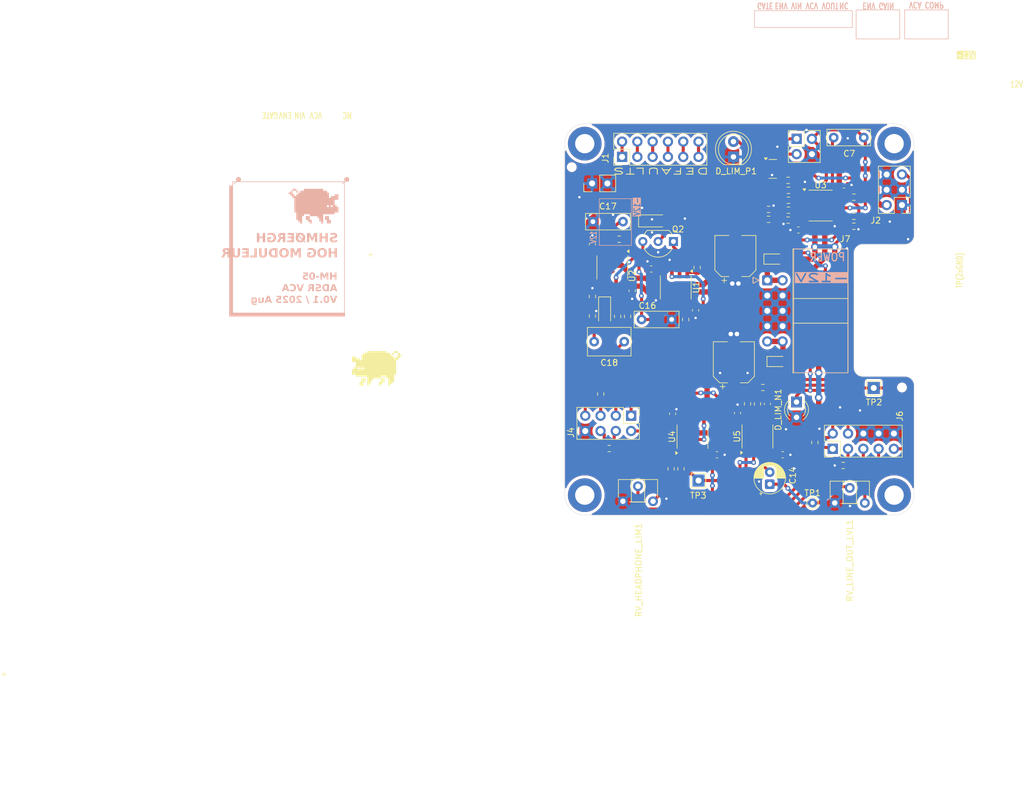
<source format=kicad_pcb>
(kicad_pcb (version 20241229) (generator "pcbnew") (generator_version "9.0")
  (layers (0 "F.Cu" signal) (2 "B.Cu" signal) (13 "F.Paste" user) (15 "B.Paste" user) (5 "F.SilkS" user "F.Silkscreen") (7 "B.SilkS" user "B.Silkscreen") (1 "F.Mask" user) (3 "B.Mask" user) (25 "Edge.Cuts" user))
  (net 0 "")
  (net 1 "GND")
  (net 2 "+12V")
  (net 3 "-12V")
  (net 4 "LFO_TRI")
  (net 5 "Net-(U3A--)")
  (net 6 "OUTPUT_VOL_2")
  (net 7 "Net-(U2B--)")
  (net 8 "Net-(U5A-+)")
  (net 9 "Net-(U5B--)")
  (net 10 "OUTPUT_LINE_OUT")
  (net 11 "Net-(Q2-S)")
  (net 12 "CRUSH_TRIG")
  (net 13 "Net-(U2A--)")
  (net 14 "Net-(D2-K)")
  (net 15 "Net-(D3-K)")
  (net 16 "Net-(D3-A)")
  (net 17 "Net-(D4-A)")
  (net 18 "Net-(D4-K)")
  (net 19 "Net-(D1-A)")
  (net 20 "RV_CRUSH_3")
  (net 21 "RV_CRUSH_1")
  (net 22 "CRUSH_OUT")
  (net 23 "RV_CRUSH_2")
  (net 24 "CRUSH_IN")
  (net 25 "CRUSH_TRIG_DEFAULT")
  (net 26 "LFO_RATE")
  (net 27 "LFO_SQR")
  (net 28 "OUTPUT_IN")
  (net 29 "Net-(C14-Pad1)")
  (net 30 "OUTPUT_DRIVE_1")
  (net 31 "OUTPUT_PHONES_OUT")
  (net 32 "Net-(Q2-D)")
  (net 33 "Net-(Q4-B)")
  (net 34 "Net-(Q4-C)")
  (net 35 "Net-(U1B--)")
  (net 36 "Net-(U3A-+)")
  (net 37 "Net-(R26-Pad1)")
  (net 38 "Net-(U3B-+)")
  (net 39 "Net-(R12-Pad2)")
  (net 40 "Net-(C15-Pad2)")
  (net 41 "Net-(U4B--)")
  (net 42 "Net-(U4A--)")
  (net 43 "Net-(U4A-+)")
  (net 44 "OUTPUT_VOL_3")
  (net 45 "Net-(J1-Pin_11)")
  (net 46 "Net-(J1-Pin_10)")
  (net 47 "Net-(J1-Pin_5)")
  (net 48 "Net-(J1-Pin_3)")
  (net 49 "Net-(J1-Pin_1)")
  (net 50 "Net-(J1-Pin_7)")
  (net 51 "OUTPUT_DRIVE_3")
  (footprint "Resistor_SMD:R_0603_1608Metric" (layer "F.Cu") (at 172.006 59.367)
    (property "Reference" "R9")
    (property "Value" "47k")
  )
  (footprint "Package_SO:SOIC-8_3.9x4.9mm_P1.27mm" (layer "F.Cu") (at 155.991 95.9412 90)
    (property "Reference" "U5")
    (property "Value" "TL072")
  )
  (footprint "Capacitor_SMD:C_0603_1608Metric" (layer "F.Cu") (at 162.8 61.653)
    (property "Reference" "C6")
    (property "Value" "100n")
  )
  (footprint "Capacitor_THT:CP_Radial_D5.0mm_P2.00mm" (layer "F.Cu") (at 158.036 103.883113 90)
    (property "Reference" "C14")
    (property "Value" "10u")
  )
  (footprint "Resistor_SMD:R_0603_1608Metric" (layer "F.Cu") (at 172.007 56.192)
    (property "Reference" "R7")
    (property "Value" "10k")
  )
  (footprint "Capacitor_THT:C_Rect_L7.0mm_W2.5mm_P5.00mm" (layer "F.Cu") (at 173.657 46.286 180)
    (property "Reference" "C7")
    (property "Value" "22n-47n (foil)")
  )
  (footprint "Package_SO:SOIC-8_3.9x4.9mm_P1.27mm" (layer "F.Cu") (at 145.196 95.9932 90)
    (property "Reference" "U4")
    (property "Value" "NE5532")
  )
  (footprint "Capacitor_SMD:C_0603_1608Metric" (layer "F.Cu") (at 170.355 54.16)
    (property "Reference" "C5")
    (property "Value" "100n")
  )
  (footprint "Diode_SMD:D_SOD-123" (layer "F.Cu") (at 138.604 60.1295)
    (property "Reference" "D4")
    (property "Value" "1N4148")
  )
  (footprint "Resistor_SMD:R_0603_1608Metric" (layer "F.Cu") (at 170.228 100.769)
    (property "Reference" "R24")
    (property "Value" "22k")
  )
  (footprint "Resistor_SMD:R_0603_1608Metric" (layer "F.Cu") (at 145.97 67.8765 -90)
    (property "Reference" "R16")
    (property "Value" "1M")
  )
  (footprint "MountingHole:ToolingHole_1.152mm" (layer "F.Cu") (at 125.143 51.197)
    (property "Reference" "REF**" (hide yes))
    (property "Value" "ToolingHole_1.152mm")
  )
  (footprint "LED_THT:LED_D3.0mm" (layer "F.Cu") (at 162.481 90.228 -90)
    (property "Reference" "D_LIM_N1")
    (property "Value" "Red LED")
  )
  (footprint "Resistor_SMD:R_0603_1608Metric" (layer "F.Cu") (at 143.291 101.3272 90)
    (property "Reference" "R15")
    (property "Value" "100")
  )
  (footprint "MountingHole:MountingHole_3.2mm_M3_DIN965_Pad" (layer "F.Cu") (at 178.7 105.7)
    (property "Reference" "H2")
    (property "Value" "MountingHole")
  )
  (footprint "Package_TO_SOT_THT:TO-92_Inline_Wide" (layer "F.Cu") (at 142.033 63.5585 180)
    (property "Reference" "Q2")
    (property "Value" "2N3819")
  )
  (footprint "Capacitor_THT:C_Rect_L7.2mm_W2.5mm_P5.00mm_FKS2_FKP2_MKS2_MKP2" (layer "F.Cu") (at 133.651 60.2565 180)
    (property "Reference" "C17")
    (property "Value" "100n (foil)")
  )
  (footprint "Resistor_SMD:R_0603_1608Metric" (layer "F.Cu") (at 133.016 63.1775)
    (property "Reference" "R18")
    (property "Value" "10k")
  )
  (footprint "TestPoint:TestPoint_THTPad_2.0x2.0mm_Drill1.0mm" (layer "F.Cu") (at 175.308 87.8912)
    (property "Reference" "TP2")
    (property "Value" "MAINOUT")
  )
  (footprint "Capacitor_SMD:C_0603_1608Metric" (layer "F.Cu") (at 152.689 92.0692 90)
    (property "Reference" "C10")
    (property "Value" "100n")
  )
  (footprint "MountingHole:MountingHole_3.2mm_M3_DIN965_Pad" (layer "F.Cu") (at 127.3 47.3)
    (property "Reference" "H1")
    (property "Value" "MountingHole")
  )
  (footprint "Resistor_SMD:R_0603_1608Metric" (layer "F.Cu") (at 161.149 58.351 180)
    (property "Reference" "R3")
    (property "Value" "100k")
  )
  (footprint "Connector_PinHeader_2.54mm:PinHeader_2x06_P2.54mm_Vertical" (layer "F.Cu") (at 133.5 49.5 90)
    (property "Reference" "J1")
    (property "Value" "Conn_02x06_Odd_Even")
  )
  (footprint "Resistor_SMD:R_0603_1608Metric" (layer "F.Cu") (at 156.893 87.815)
    (property "Reference" "R13")
    (property "Value" "1k")
  )
  (footprint "Resistor_SMD:R_0603_1608Metric" (layer "F.Cu") (at 131.366 97.9496)
    (property "Reference" "R19")
    (property "Value" "100k")
  )
  (footprint "Potentiometer_THT:Potentiometer_ACP_CA6-H2,5_Horizontal" (layer "F.Cu") (at 133.6412 106.7164 90)
    (property "Reference" "RV_HEADPHONE_LIM1")
    (property "Value" "100k")
  )
  (footprint "Connector_PinHeader_2.54mm:PinHeader_2x03_P2.54mm_Vertical" (layer "F.Cu") (at 180 57.5 180)
    (property "Reference" "J2")
    (property "Value" "Conn_02x03_Odd_Even")
  )
  (footprint "TestPoint:TestPoint_THTPad_2.0x2.0mm_Drill1.0mm" (layer "F.Cu") (at 146.1996 103.27)
    (property "Reference" "TP3")
    (property "Value" "PHONES_OUT")
  )
  (footprint "Resistor_SMD:R_0603_1608Metric" (layer "F.Cu") (at 157.845 58.224)
    (property "Reference" "R27")
    (property "Value" "47k")
  )
  (footprint "Diode_SMD:D_SOD-123" (layer "F.Cu") (at 130.603 75.1155 -90)
    (property "Reference" "D3")
    (property "Value" "1N4148")
  )
  (footprint "Capacitor_SMD:C_0603_1608Metric" (layer "F.Cu") (at 138.35 68.1305)
    (property "Reference" "C2")
    (property "Value" "100n")
  )
  (footprint "Connector_PinHeader_2.54mm:PinHeader_2x04_P2.54mm_Vertical" (layer "F.Cu") (at 135 92.5 -90)
    (property "Reference" "J4")
    (property "Value" "Conn_02x04_Odd_Even")
  )
  (footprint "Resistor_SMD:R_0603_1608Metric" (layer "F.Cu") (at 165.529 96.959 -90)
    (property "Reference" "R25")
    (property "Value" "1k")
  )
  (footprint "Capacitor_SMD:C_0603_1608Metric" (layer "F.Cu") (at 135.175 71.7485 -90)
    (property "Reference" "C3")
    (property "Value" "100n")
  )
  (footprint "Capacitor_SMD:C_0603_1608Metric" (layer "F.Cu") (at 157.642 90.5322 90)
    (property "Reference" "C15")
    (property "Value" "100p")
  )
  (footprint "Capacitor_THT:C_Rect_L7.0mm_W4.5mm_P5.00mm" (layer "F.Cu") (at 133.865 80.1955 180)
    (property "Reference" "C18")
    (property "Value" "1u (foil)")
  )
  (footprint "Capacitor_SMD:C_0603_1608Metric" (layer "F.Cu") (at 160.195 98.991 180)
    (property "Reference" "C11")
    (property "Value" "100n")
  )
  (footprint "Resistor_SMD:R_0603_1608Metric" (layer "F.Cu") (at 155.991 90.5322 -90)
    (property "Reference" "R11")
    (property "Value" "4.7k")
  )
  (footprint "TestPoint:TestPoint_THTPad_D1.5mm_Drill0.7mm" (layer "F.Cu") (at 165.148 106.992)
    (property "Reference" "TP1")
    (property "Value" "MAX_LINEOUT")
  )
  (footprint "Resistor_SMD:R_0603_1608Metric" (layer "F.Cu") (at 157.845 59.875 180)
    (property "Reference" "R26")
    (property "Value" "12k")
  )
  (footprint "Resistor_SMD:R_0603_1608Metric" (layer "F.Cu") (at 172.006 61.018)
    (property "Reference" "R8")
    (property "Value" "47k")
  )
  (footprint "Connector_PinHeader_2.54mm:PinHeader_2x02_P2.54mm_Vertical" (layer "F.Cu") (at 162.5 46.5)
    (property "Reference" "J5")
    (property "Value" "Conn_02x02_Odd_Even")
  )
  (footprint "Capacitor_SMD:C_0603_1608Metric" (layer "F.Cu") (at 149.273 98.991 180)
    (property "Reference" "C13")
    (property "Value" "100n")
  )
  (footprint "Resistor_SMD:R_0603_1608Metric" (layer "F.Cu") (at 132.762 76.0045 90)
    (property "Reference" "R1")
    (property "Value" "33k")
  )
  (footprint "Capacitor_SMD:CP_Elec_6.3x7.7" (layer "F.Cu") (at 152.067 83.624 90)
    (property "Reference" "C8")
    (property "Value" "100u")
  )
  (footprint "Connector_PinHeader_2.54mm:PinHeader_1x02_P2.54mm_Vertical" (layer "F.Cu") (at 128.5162 53.906 90)
    (property "Reference" "J3")
    (property "Value" "Conn_01x02")
  )
  (footprint "LED_THT:LED_D5.0mm" (layer "F.Cu") (at 152 49.5 90)
    (property "Reference" "D_LIM_P1")
    (property "Value" "Red LED")
  )
  (footprint "Resistor_SMD:R_0603_1608Metric" (layer "F.Cu") (at 154.34 90.5322 -90)
    (property "Reference" "R12")
    (property "Value" "150")
  )
  (footprint "Diode_SMD:D_SOD-323" (layer "F.Cu") (at 158.671 66.479)
    (property "Reference" "D2")
    (property "Value" "1N5817")
  )
  (footprint "Package_SO:SOIC-8_3.9x4.9mm_P1.27mm" (layer "F.Cu") (at 166.483 57.589)
    (property "Reference" "U3")
    (property "Value" "TL072")
  )
  (footprint "MountingHole:MountingHole_3.2mm_M3_DIN965_Pad" (layer "F.Cu") (at 178.7 47.3)
    (property "Reference" "H4")
    (property "Value" "MountingHole")
  )
  (footprint "Shmoergh_Logo:Gyeszno" (layer "F.Cu") (at 92.758 84.64)
    (property "Reference" "G***" (hide yes))
    (property "Value" "LOGO" (hide yes))
  )
  (footprint "Resistor_SMD:R_0603_1608Metric" (layer "F.Cu") (at 161.149 56.7)
    (property "Reference" "R2")
    (property "Value" "100k")
  )
  (footprint "Package_SO:SOIC-8_3.9x4.9mm_P1.27mm" (layer "F.Cu") (at 142.414 71.1785 -90)
    (property "Reference" "U1")
    (property "Value" "TL072")
  )
  (footprint "Connector_IDC:IDC-Header_2x05_P2.54mm_Horizontal" (layer "F.Cu") (at 157.6245 70)
    (property "Reference" "J7")
    (property "Value" "Conn_02x05_Odd_Even")
  )
  (footprint "Connector_PinHeader_2.54mm:PinHeader_2x05_P2.54mm_Vertical" (layer "F.Cu") (at 168.5 98 90)
    (property "Reference" "J6")
    (property "Value" "Conn_02x05_Odd_Even")
  )
  (footprint "Capacitor_THT:C_Rect_L7.2mm_W2.5mm_P5.00mm_FKS2_FKP2_MKS2_MKP2" (layer "F.Cu") (at 136.739 76.5125)
    (property "Reference" "C16")
    (property "Value" "100n (foil)")
  )
  (footprint "Capacitor_SMD:CP_Elec_6.3x7.7" (layer "F.Cu") (at 152.321 65.971 90)
    (property "Reference" "C9")
    (property "Value" "100u")
  )
  (footprint "Resistor_SMD:R_0603_1608Metric" (layer "F.Cu") (at 161.084 53.398 180)
    (property "Reference" "R4")
    (property "Value" "100k")
  )
  (footprint "Resistor_SMD:R_0603_1608Metric" (layer "F.Cu") (at 161.146 55.049)
    (property "Reference" "R5")
    (property "Value" "100k")
  )
  (footprint "Diode_SMD:D_SOD-323" (layer "F.Cu") (at 159.179 83.497)
    (property "Reference" "D1")
    (property "Value" "1N5817")
  )
  (footprint "MountingHole:MountingHole_3.2mm_M3_DIN965_Pad" (layer "F.Cu") (at 127.3 105.7)
    (property "Reference" "H3")
    (property "Value" "MountingHole")
  )
  (footprint "Package_SO:SOIC-8_3.9x4.9mm_P1.27mm" (layer "F.Cu") (at 131.873 67.8765 -90)
    (property "Reference" "U2")
    (property "Value" "TL072")
  )
  (footprint "Resistor_SMD:R_0603_1608Metric" (layer "F.Cu") (at 134.413 76.0045 90)
    (property "Reference" "R22")
    (property "Value" "100k")
  )
  (footprint "Resistor_SMD:R_0603_1608Metric" (layer "F.Cu") (at 141.64 101.3272 90)
    (property "Reference" "R14")
    (property "Value" "100")
  )
  (footprint "MountingHole:ToolingHole_1.152mm" (layer "F.Cu") (at 180.007 87.815)
    (property "Reference" "REF**" (hide yes))
    (property "Value" "ToolingHole_1.152mm")
  )
  (footprint "Potentiometer_THT:Potentiometer_ACP_CA6-H2,5_Horizontal" (layer "F.Cu") (at 168.831 106.992 90)
    (property "Reference" "RV_LINE_OUT_LVL1")
    (property "Value" "10k")
  )
  (footprint "Resistor_SMD:R_0603_1608Metric" (layer "F.Cu") (at 144.065 76.5125 -90)
    (property "Reference" "R17")
    (property "Value" "1k")
  )
  (footprint "Capacitor_SMD:C_0603_1608Metric" (layer "F.Cu") (at 141.894 92.1832 90)
    (property "Reference" "C12")
    (property "Value" "100n")
  )
  (footprint "Resistor_SMD:R_0603_1608Metric" (layer "F.Cu") (at 128.571 72.7025 -90)
    (property "Reference" "R23")
    (property "Value" "100k")
  )
  (footprint "Capacitor_SMD:C_0603_1608Metric" (layer "F.Cu") (at 128.571 64.0015 -90)
    (property "Reference" "C4")
    (property "Value" "100n")
  )
  (footprint "Package_TO_SOT_SMD:SOT-23" (layer "F.Cu") (at 158.544 51.493)
    (property "Reference" "Q4")
    (property "Value" "BC848")
  )
  (footprint "Resistor_SMD:R_0603_1608Metric" (layer "F.Cu") (at 128.571 75.9415 -90)
    (property "Reference" "R21")
    (property "Value" "100k")
  )
  (footprint "Resistor_SMD:R_0603_1608Metric" (layer "F.Cu") (at 129.9436 88.9072 -90)
    (property "Reference" "R20")
    (property "Value" "10k")
  )
  (footprint "Resistor_SMD:R_0603_1608Metric" (layer "F.Cu") (at 161.085 60.002 180)
    (property "Reference" "R6")
    (property "Value" "100k")
  )
  (footprint "Capacitor_SMD:C_0603_1608Metric" (layer "F.Cu") (at 145.716 74.9885 -90)
    (property "Reference" "C1")
    (property "Value" "100n")
  )
  (footprint "Shmoergh_Logo:Gyeszno" (layer "B.Cu") (at 82.25 57.689 180)
    (property "Reference" "G***" (hide yes))
    (property "Value" "LOGO" (hide yes))
  )
  (gr_rect (start 129.714 56.4465) (end 135.048 64.1935) (stroke (width 0.1)) (fill no) (layer "B.SilkS"))
  (gr_rect (start 162.0365 64.786) (end 171.0535 85.36) (stroke (width 0.1)) (fill no) (layer "B.SilkS"))
  (gr_line (start 155.242 70.501) (end 155.242 69.485) (stroke (width 0.1)) (layer "B.SilkS"))
  (gr_line (start 87 54) (end 87.75 53.25) (stroke (width 0.1)) (layer "B.SilkS"))
  (gr_line (start 87.375 75.43475) (end 68.788 75.43475) (stroke (width 0.1)) (layer "B.SilkS"))
  (gr_line (start 156.258 69.993) (end 155.242 70.501) (stroke (width 0.1)) (layer "B.SilkS"))
  (gr_circle (center 69.778 53.25) (end 69.528 53) (stroke (width 0.1)) (fill yes) (layer "B.SilkS"))
  (gr_rect (start 180.4515 25.077) (end 187.6905 29.903) (stroke (width 0.1)) (fill no) (layer "B.SilkS"))
  (gr_rect (start 68.28 54.287125) (end 68.78 75.486125) (stroke (width 0.1)) (fill yes) (layer "B.SilkS"))
  (gr_circle (center 87.75 53.25) (end 87.5 53) (stroke (width 0.1)) (fill yes) (layer "B.SilkS"))
  (gr_line (start 87.375 53.625) (end 87.375 75.43475) (stroke (width 0.1)) (layer "B.SilkS"))
  (gr_line (start 87.375 53.625) (end 68.788 53.625) (stroke (width 0.1)) (layer "B.SilkS"))
  (gr_rect (start 155.496 25.204) (end 171.752 27.998) (stroke (width 0.1)) (fill no) (layer "B.SilkS"))
  (gr_line (start 155.242 69.485) (end 156.258 69.993) (stroke (width 0.1)) (layer "B.SilkS"))
  (gr_rect (start 172.387 25.077) (end 179.626 29.903) (stroke (width 0.1)) (fill no) (layer "B.SilkS"))
  (gr_line (start 69.028 54) (end 69.778 53.25) (stroke (width 0.1)) (layer "B.SilkS"))
  (gr_rect (start 68.28 75.486125) (end 87.419 75.959875) (stroke (width 0.1)) (fill yes) (layer "B.SilkS"))
  (gr_line (start 68.788 75.469) (end 68.788 53.625) (stroke (width 0.1)) (layer "B.SilkS"))
  (gr_arc (start 182 105.7) (mid 181.033452 108.033452) (end 178.7 109) (stroke (width 0.05)) (layer "Edge.Cuts"))
  (gr_line (start 173.5 64) (end 180.5 64) (stroke (width 0.05)) (layer "Edge.Cuts"))
  (gr_line (start 127.3 44) (end 178.7 44) (stroke (width 0.05)) (layer "Edge.Cuts"))
  (gr_arc (start 178.7 44) (mid 181.033452 44.966548) (end 182 47.3) (stroke (width 0.05)) (layer "Edge.Cuts"))
  (gr_arc (start 172 65.5) (mid 172.43934 64.43934) (end 173.5 64) (stroke (width 0.05)) (layer "Edge.Cuts"))
  (gr_line (start 172 84.5) (end 172 65.5) (stroke (width 0.05)) (layer "Edge.Cuts"))
  (gr_line (start 180.5 86) (end 173.5 86) (stroke (width 0.05)) (layer "Edge.Cuts"))
  (gr_arc (start 127.3 109) (mid 124.966548 108.033452) (end 124 105.7) (stroke (width 0.05)) (layer "Edge.Cuts"))
  (gr_line (start 178.7 109) (end 127.3 109) (stroke (width 0.05)) (layer "Edge.Cuts"))
  (gr_arc (start 124 47.3) (mid 124.966548 44.966548) (end 127.3 44) (stroke (width 0.05)) (layer "Edge.Cuts"))
  (gr_line (start 124 47.3) (end 124 105.7) (stroke (width 0.05)) (layer "Edge.Cuts"))
  (gr_arc (start 180.5 86) (mid 181.56066 86.43934) (end 182 87.5) (stroke (width 0.05)) (layer "Edge.Cuts"))
  (gr_arc (start 173.5 86) (mid 172.43934 85.56066) (end 172 84.5) (stroke (width 0.05)) (layer "Edge.Cuts"))
  (gr_line (start 182 87.5) (end 182 105.7) (stroke (width 0.05)) (layer "Edge.Cuts"))
  (gr_arc (start 182 62.5) (mid 181.56066 63.56066) (end 180.5 64) (stroke (width 0.05)) (layer "Edge.Cuts"))
  (gr_line (start 182 47.3) (end 182 62.5) (stroke (width 0.05)) (layer "Edge.Cuts"))
  (gr_text "+" (at 30.147 135.948 0) (layer "F.SilkS") (effects (font (size 1 1) (thickness 0.1)) (justify left bottom)))
  (gr_text "ENV" (at 77.54 42 180) (layer "F.SilkS") (effects (font (size 1 0.75) (thickness 0.15) (bold yes)) (justify bottom)))
  (gr_text "NC" (at 87.827 42 180) (layer "F.SilkS") (effects (font (size 1 0.75) (thickness 0.15) (bold yes)) (justify bottom)))
  (gr_text "GATE" (at 75 42 180) (layer "F.SilkS") (effects (font (size 1 0.75) (thickness 0.15) (bold yes)) (justify bottom)))
  (gr_text "DEFAULTS" (at 148.13 51.239 180) (layer "F.SilkS") (effects (font (size 1 2.25) (thickness 0.15) (bold yes)) (justify left bottom)))
  (gr_text "TP(2xGND)" (at 190.167 71.432 90) (layer "F.SilkS") (effects (font (size 1 0.75) (thickness 0.15) (bold yes)) (justify left bottom)))
  (gr_text "12V" (at 197.914 38.031 0) (layer "F.SilkS") (effects (font (size 1 0.75) (thickness 0.15) (bold yes)) (justify left bottom)))
  (gr_text "+" (at 91.02 66.265 0) (layer "F.SilkS") (effects (font (size 1 1) (thickness 0.1)) (justify left bottom)))
  (gr_text "VIN" (at 79.953 42 180) (layer "F.SilkS") (effects (font (size 1 0.75) (thickness 0.15) (bold yes)) (justify bottom)))
  (gr_text "VCV" (at 82.625 42 180) (layer "F.SilkS") (effects (font (size 1 0.75) (thickness 0.15) (bold yes)) (justify bottom)))
  (gr_text "-12V" (at 189.024 33.205 0) (layer "F.SilkS" knockout) (effects (font (size 1 0.75) (thickness 0.15) (bold yes)) (justify left bottom)))
  (gr_text "VOUT" (at 168.069 23.807 180) (layer "B.SilkS") (effects (font (size 1 0.75) (thickness 0.15) (bold yes)) (justify bottom mirror)))
  (gr_text "ENV GAIN" (at 176.07 23.807 180) (layer "B.SilkS") (effects (font (size 1 0.75) (thickness 0.15) (bold yes)) (justify bottom mirror)))
  (gr_text "SHMØERGH \nHOG MODULEUR" (at 86.314 66.452 0) (layer "B.SilkS") (effects (font (size 1.5 1.5) (thickness 0.28) (bold yes)) (justify left bottom mirror)))
  (gr_text "NC" (at 170.355 23.807 180) (layer "B.SilkS") (effects (font (size 1 0.75) (thickness 0.15) (bold yes)) (justify bottom mirror)))
  (gr_text "VCA COMP" (at 184.071 23.68 180) (layer "B.SilkS") (effects (font (size 1 0.75) (thickness 0.15) (bold yes)) (justify bottom mirror)))
  (gr_text "VCV" (at 165.021 23.807 180) (layer "B.SilkS") (effects (font (size 1 0.75) (thickness 0.15) (bold yes)) (justify bottom mirror)))
  (gr_text "-12V" (at 136.572 57.78 90) (layer "B.SilkS" knockout) (effects (font (size 1 0.75) (thickness 0.15) (bold yes)) (justify bottom mirror)))
  (gr_text "12V" (at 129.333 62.86 90) (layer "B.SilkS") (effects (font (size 1 0.75) (thickness 0.15) (bold yes)) (justify bottom mirror)))
  (gr_text "VIN" (at 162.481 23.807 180) (layer "B.SilkS") (effects (font (size 1 0.75) (thickness 0.15) (bold yes)) (justify bottom mirror)))
  (gr_text "HM-05\nADSR VCA\nV0.1 / 2025 Aug" (at 86.187 73.945 0) (layer "B.SilkS") (effects (font (size 1.15 1.15) (thickness 0.2) (bold yes)) (justify left bottom mirror)))
  (gr_text "GATE" (at 157.274 23.807 180) (layer "B.SilkS") (effects (font (size 1 0.75) (thickness 0.15) (bold yes)) (justify bottom mirror)))
  (gr_text "ENV" (at 159.941 23.807 180) (layer "B.SilkS") (effects (font (size 1 0.75) (thickness 0.15) (bold yes)) (justify bottom mirror)))
  (gr_text "-12V" (at 171.4345 70.374 0) (layer "B.SilkS" knockout) (effects (font (size 1.3 2.25) (thickness 0.25) (bold yes)) (justify left bottom mirror)))
  (gr_text "POWER" (at 170.6725 66.945 0) (layer "B.SilkS") (effects (font (size 1.35 1.15) (thickness 0.2) (bold yes)) (justify left bottom mirror)))
  (via (at 136.826 57.9705) (size 0.8) (drill 0.4) (layers "F.Cu" "B.Cu") (net 1))
  (via (at 151.559 78.925) (size 1.27) (drill 0.75) (layers "F.Cu" "B.Cu") (net 1))
  (via (at 151.813 70.543) (size 1.27) (drill 0.75) (layers "F.Cu" "B.Cu") (net 1))
  (via (at 132 59.1135) (size 0.8) (drill 0.4) (layers "F.Cu" "B.Cu") (net 1))
  (via (at 152.689 90.6592) (size 0.8) (drill 0.4) (layers "F.Cu" "B.Cu") (net 1))
  (via (at 160.322 60.637) (size 0.8) (drill 0.4) (layers "F.Cu" "B.Cu") (net 1))
  (via (at 143.938 59.7485) (size 0.8) (drill 0.4) (layers "F.Cu" "B.Cu") (net 1))
  (via (at 161.465 98.991) (size 0.8) (drill 0.4) (layers "F.Cu" "B.Cu") (net 1))
  (via (at 138.477 62.0345) (size 0.8) (drill 0.4) (layers "F.Cu" "B.Cu") (net 1))
  (via (at 169.72 91.117) (size 0.8) (drill 0.4) (layers "F.Cu" "B.Cu") (net 1))
  (via (at 138.477 59.8755) (size 0.8) (drill 0.4) (layers "F.Cu" "B.Cu") (net 1))
  (via (at 158.671 57.589) (size 0.8) (drill 0.4) (layers "F.Cu" "B.Cu") (net 1))
  (via (at 154.353 85.402) (size 0.8) (drill 0.4) (layers "F.Cu" "B.Cu") (net 1))
  (via (at 166.291 94.673) (size 0.8) (drill 0.4) (layers "F.Cu" "B.Cu") (net 1))
  (via (at 150.543 98.991) (size 0.8) (drill 0.4) (layers "F.Cu" "B.Cu") (net 1))
  (via (at 126.412 56.1925) (size 0.8) (drill 0.4) (layers "F.Cu" "B.Cu") (net 1))
  (via (at 141.398 66.6065) (size 0.8) (drill 0.4) (layers "F.Cu" "B.Cu") (net 1))
  (via (at 129.206 75.1155) (size 0.8) (drill 0.4) (layers "F.Cu" "B.Cu") (net 1))
  (via (at 128.571 62.5425) (size 0.8) (drill 0.4) (layers "F.Cu" "B.Cu") (net 1))
  (via (at 171.371 107.5) (size 0.8) (drill 0.4) (layers "F.Cu" "B.Cu") (net 1))
  (via (at 135.175 73.0835) (size 0.8) (drill 0.4) (layers "F.Cu" "B.Cu") (net 1))
  (via (at 145.716 76.2585) (size 0.8) (drill 0.4) (layers "F.Cu" "B.Cu") (net 1))
  (via (at 168.831 61.018) (size 0.8) (drill 0.4) (layers "F.Cu" "B.Cu") (net 1))
  (via (at 162.1 101.277) (size 0.8) (drill 0.4) (layers "F.Cu" "B.Cu") (net 1))
  (via (at 170.863 64.701) (size 0.8) (drill 0.4) (layers "F.Cu" "B.Cu") (net 1))
  (via (at 139.493 65.3365) (size 0.8) (drill 0.4) (layers "F.Cu" "B.Cu") (net 1))
  (via (at 168.831 100.769) (size 0.8) (drill 0.4) (layers "F.Cu" "B.Cu") (net 1))
  (via (at 152.829 70.543) (size 1.27) (drill 0.75) (layers "F.Cu" "B.Cu") (net 1))
  (via (at 128.571 71.3055) (size 0.8) (drill 0.4) (layers "F.Cu" "B.Cu") (net 1))
  (via (at 149.781 85.402) (size 0.8) (drill 0.4) (layers "F.Cu" "B.Cu") (net 1))
  (via (at 172.768 61.526) (size 0.8) (drill 0.4) (layers "F.Cu" "B.Cu") (net 1))
  (via (at 140.8656 106.2808) (size 0.8) (drill 0.4) (layers "F.Cu" "B.Cu") (net 1))
  (via (at 137.715 66.8605) (size 0.8) (drill 0.4) (layers "F.Cu" "B.Cu") (net 1))
  (via (at 171.625 54.16) (size 0.8) (drill 0.4) (layers "F.Cu" "B.Cu") (net 1))
  (via (at 181.023 63.177) (size 0.8) (drill 0.4) (layers "F.Cu" "B.Cu") (net 1))
  (via (at 160.7284 94.7492) (size 0.8) (drill 0.4) (layers "F.Cu" "B.Cu") (net 1))
  (via (at 161.465 61.653) (size 0.8) (drill 0.4) (layers "F.Cu" "B.Cu") (net 1))
  (via (at 152.575 78.925) (size 1.27) (drill 0.75) (layers "F.Cu" "B.Cu") (net 1))
  (via (at 163.878 53.652) (size 0.8) (drill 0.4) (layers "F.Cu" "B.Cu") (net 1))
  (via (at 159.306 47.81) (size 0.8) (drill 0.4) (layers "F.Cu" "B.Cu") (net 1))
  (via (at 170.99 46.413) (size 0.8) (drill 0.4) (layers "F.Cu" "B.Cu") (net 1))
  (via (at 139.112 73.3375) (size 0.8) (drill 0.4) (layers "F.Cu" "B.Cu") (net 1))
  (via (at 164.132 45.016) (size 0.8) (drill 0.4) (layers "F.Cu" "B.Cu") (net 1))
  (via (at 177.975 60.256) (size 0.8) (drill 0.4) (layers "F.Cu" "B.Cu") (net 1))
  (via (at 142.529 91.4212) (size 0.8) (drill 0.4) (layers "F.Cu" "B.Cu") (net 1))
  (via (at 173.022 91.625) (size 0.8) (drill 0.4) (layers "F.Cu" "B.Cu") (net 1))
  (via (at 156.258 103.436) (size 0.8) (drill 0.4) (layers "F.Cu" "B.Cu") (net 1))
  (via (at 158.417 52.509) (size 0.8) (drill 0.4) (layers "F.Cu" "B.Cu") (net 1))
  (segment (start 153.451 92.8182) (end 152.715 92.8182) (width 0.889) (layer "F.Cu") (net 2))
  (segment (start 152.689 92.8442) (end 149.6032 92.8442) (width 0.889) (layer "F.Cu") (net 2))
  (segment (start 152.067 86.324) (end 152.067 83.497) (width 0.889) (layer "F.Cu") (net 2))
  (segment (start 135.175 70.9735) (end 134.4 70.9735) (width 0.889) (layer "F.Cu") (net 2))
  (segment (start 154.086 93.4532) (end 153.451 92.8182) (width 0.889) (layer "F.Cu") (net 2))
  (segment (start 169.58 51.887) (end 169.974 51.493) (width 0.889) (layer "F.Cu") (net 2))
  (segment (start 144.1162 95.3582) (end 153.451 95.3582) (width 0.889) (layer "F.Cu") (net 2))
  (segment (start 154.353 83.497) (end 158.129 83.497) (width 0.889) (layer "F.Cu") (net 2))
  (segment (start 137.7145 71.94) (end 144.32 71.94) (width 0.889) (layer "F.Cu") (net 2))
  (segment (start 144.319 71.941) (end 144.32 71.94) (width 0.889) (layer "F.Cu") (net 2))
  (segment (start 154.086 93.4662) (end 154.086 93.4532) (width 0.889) (layer "F.Cu") (net 2))
  (segment (start 144.879 74.2135) (end 144.319 73.6535) (width 0.889) (layer "F.Cu") (net 2))
  (segment (start 152.715 92.8182) (end 152.689 92.8442) (width 0.889) (layer "F.Cu") (net 2))
  (segment (start 175.816 56.827) (end 176.489 57.5) (width 0.889) (layer "F.Cu") (net 2))
  (segment (start 145.716 74.2135) (end 144.879 74.2135) (width 0.889) (layer "F.Cu") (net 2))
  (segment (start 163.37 84.005) (end 162.1 85.275) (width 0.889) (layer "F.Cu") (net 2))
  (segment (start 143.291 94.533) (end 144.1162 95.3582) (width 0.889) (layer "F.Cu") (net 2))
  (segment (start 144.319 73.6535) (end 144.319 71.941) (width 0.889) (layer "F.Cu") (net 2))
  (segment (start 168.958 55.684) (end 167.815 55.684) (width 0.889) (layer "F.Cu") (net 2))
  (segment (start 153.451 95.3582) (end 154.086 94.7232) (width 0.889) (layer "F.Cu") (net 2))
  (segment (start 159.179 85.275) (end 158.129 84.225) (width 0.889) (layer "F.Cu") (net 2))
  (segment (start 169.974 51.493) (end 175.181 51.493) (width 0.889) (layer "F.Cu") (net 2))
  (segment (start 163.37 70.035) (end 163.37 84.005) (width 0.889) (layer "F.Cu") (net 2))
  (segment (start 149.6032 92.8442) (end 147.622 90.863) (width 0.889) (layer "F.Cu") (net 2))
  (segment (start 134.413 75.1795) (end 134.413 74.2265) (width 0.508) (layer "F.Cu") (net 2))
  (segment (start 134.4 70.9735) (end 133.778 70.3515) (width 0.889) (layer "F.Cu") (net 2))
  (segment (start 148.892 83.497) (end 152.956 83.497) (width 0.889) (layer "F.Cu") (net 2))
  (segment (start 134.413 74.2265) (end 133.778 73.5915) (width 0.508) (layer "F.Cu") (net 2))
  (segment (start 147.622 90.863) (end 147.622 84.767) (width 0.889) (layer "F.Cu") (net 2))
  (segment (start 154.353 76.131) (end 154.353 83.497) (width 0.889) (layer "F.Cu") (net 2))
  (segment (start 158.129 84.225) (end 158.129 83.497) (width 0.889) (layer "F.Cu") (net 2))
  (segment (start 169.58 54.16) (end 169.58 51.887) (width 0.889) (layer "F.Cu") (net 2))
  (segment (start 162.1 85.275) (end 159.179 85.275) (width 0.889) (layer "F.Cu") (net 2))
  (segment (start 154.086 94.7232) (end 154.086 93.4662) (width 0.889) (layer "F.Cu") (net 2))
  (segment (start 169.58 54.16) (end 169.58 55.062) (width 0.889) (layer "F.Cu") (net 2))
  (segment (start 147.622 84.767) (end 148.892 83.497) (width 0.889) (layer "F.Cu") (net 2))
  (segment (start 167.18 66.225) (end 163.37 70.035) (width 0.889) (layer "F.Cu") (net 2))
  (segment (start 143.291 93.5182) (end 142.454 93.5182) (width 0.889) (layer "F.Cu") (net 2))
  (segment (start 175.181 51.493) (end 175.816 52.128) (width 0.889) (layer "F.Cu") (net 2))
  (segment (start 142.454 93.5182) (end 141.894 92.9582) (width 0.889) (layer "F.Cu") (net 2))
  (segment (start 167.18 56.319) (end 167.18 66.225) (width 0.889) (layer "F.Cu") (net 2))
  (segment (start 133.778 73.5915) (end 133.778 70.3515) (width 0.508) (layer "F.Cu") (net 2))
  (segment (start 135.175 70.9735) (end 136.748 70.9735) (width 0.889) (layer "F.Cu") (net 2))
  (segment (start 150.162 71.94) (end 154.353 76.131) (width 0.889) (layer "F.Cu") (net 2))
  (segment (start 143.291 93.5182) (end 143.291 94.533) (width 0.889) (layer "F.Cu") (net 2))
  (segment (start 144.32 71.94) (end 150.162 71.94) (width 0.889) (layer "F.Cu") (net 2))
  (segment (start 167.815 55.684) (end 167.18 56.319) (width 0.889) (layer "F.Cu") (net 2))
  (segment (start 136.748 70.9735) (end 137.7145 71.94) (width 0.889) (layer "F.Cu") (net 2))
  (segment (start 169.58 55.062) (end 168.958 55.684) (width 0.889) (layer "F.Cu") (net 2))
  (segment (start 175.816 52.128) (end 175.816 56.827) (width 0.889) (layer "F.Cu") (net 2))
  (segment (start 152.956 83.497) (end 154.353 83.497) (width 0.889) (layer "F.Cu") (net 2))
  (segment (start 176.489 57.5) (end 177.46 57.5) (width 0.889) (layer "F.Cu") (net 2))
  (segment (start 149.3498 96.6282) (end 148.498 97.48) (width 0.889) (layer "F.Cu") (net 3))
  (segment (start 139.125 68.1305) (end 139.936 68.1305) (width 0.889) (layer "F.Cu") (net 3))
  (segment (start 164.894 59.494) (end 165.529 60.129) (width 0.889) (layer "F.Cu") (net 3))
  (segment (start 163.575 59.927) (end 164.008 59.494) (width 0.889) (layer "F.Cu") (net 3))
  (segment (start 149.781 68.003) (end 149.781 64.193) (width 0.889) (layer "F.Cu") (net 3))
  (segment (start 177.467 63.177) (end 181.404 59.24) (width 0.508) (layer "F.Cu") (net 3))
  (segment (start 157.896 98.4162) (end 157.896 98.5332) (width 0.889) (layer "F.Cu") (net 3))
  (segment (start 129.968 66.7335) (end 130.73 67.4955) (width 0.889) (layer "F.Cu") (net 3))
  (segment (start 147.101 98.4682) (end 147.101 98.5332) (width 0.889) (layer "F.Cu") (net 3))
  (segment (start 150.703 63.271) (end 152.321 63.271) (width 0.889) (layer "F.Cu") (net 3))
  (segment (start 166.164 85.402) (end 166.164 72.067) (width 0.889) (layer "F.Cu") (net 3))
  (segment (start 128.623 64.8285) (end 128.571 64.7765) (width 0.889) (layer "F.Cu") (net 3))
  (segment (start 129.968 65.4015) (end 129.968 66.7335) (width 0.889) (layer "F.Cu") (net 3))
  (segment (start 168.831 68.211561) (end 168.8015 68.182061) (width 0.889) (layer "F.Cu") (net 3))
  (segment (start 152.321 63.271) (end 156.479 63.271) (width 0.889) (layer "F.Cu") (net 3))
  (segment (start 168.831 69.4) (end 168.831 68.211561) (width 0.889) (layer "F.Cu") (net 3))
  (segment (start 133.409308 67.4955) (end 135.568308 69.6545) (width 0.889) (layer "F.Cu") (net 3))
  (segment (start 129.968 65.4015) (end 129.968 65.3365) (width 0.889) (layer "F.Cu") (net 3))
  (segment (start 168.8015 68.182061) (end 168.8015 67.315939) (width 0.889) (layer "F.Cu") (net 3))
  (segment (start 180.68 52.42) (end 180 52.42) (width 0.508) (layer "F.Cu") (net 3))
  (segment (start 166.164 72.067) (end 168.831 69.4) (width 0.889) (layer "F.Cu") (net 3))
  (segment (start 165.529 64.447) (end 165.529 65.971) (width 0.889) (layer "F.Cu") (net 3))
  (segment (start 130.73 67.4955) (end 133.409308 67.4955) (width 0.889) (layer "F.Cu") (net 3))
  (segment (start 165.021 66.479) (end 159.721 66.479) (width 0.889) (layer "F.Cu") (net 3))
  (segment (start 140.509 70.7235) (end 140.509 68.7035) (width 0.889) (layer "F.Cu") (net 3))
  (segment (start 147.101 98.5332) (end 147.609 99.0412) (width 0.889) (layer "F.Cu") (net 3))
  (segment (start 181.404 53.144) (end 180.68 52.42) (width 0.508) (layer "F.Cu") (net 3))
  (segment (start 166.164 92.768) (end 162.3038 96.6282) (width 0.889) (layer "F.Cu") (net 3))
  (segment (start 139.936 68.1305) (end 140.509 68.7035) (width 0.889) (layer "F.Cu") (net 3))
  (segment (start 138.53 70.7235) (end 140.509 70.7235) (width 0.889) (layer "F.Cu") (net 3))
  (segment (start 137.461 69.6545) (end 138.53 70.7235) (width 0.889) (layer "F.Cu") (net 3))
  (segment (start 148.498 97.48) (end 148.498 98.991) (width 0.889) (layer "F.Cu") (net 3))
  (segment (start 156.479 63.271) (end 159.687 66.479) (width 0.889) (layer "F.Cu") (net 3))
  (segment (start 181.404 59.24) (end 181.404 53.144) (width 0.508) (layer "F.Cu") (net 3))
  (segment (start 168.8015 67.315939) (end 168.831 67.286439) (width 0.889) (layer "F.Cu") (net 3))
  (segment (start 164.008 59.494) (end 164.894 59.494) (width 0.889) (layer "F.Cu") (net 3))
  (segment (start 157.896 96.6282) (end 157.896 98.4162) (width 0.889) (layer "F.Cu") (net 3))
  (segment (start 163.575 61.653) (end 163.575 59.927) (width 0.889) (layer "F.Cu") (net 3))
  (segment (start 135.568308 69.6545) (end 137.461 69.6545) (width 0.889) (layer "F.Cu") (net 3))
  (segment (start 158.3538 98.991) (end 159.42 98.991) (width 0.889) (layer "F.Cu") (net 3))
  (segment (start 168.831 64.447) (end 168.831 64.005153) (width 0.508) (layer "F.Cu") (net 3))
  (segment (start 169.659153 63.177) (end 177.467 63.177) (width 0.508) (layer "F.Cu") (net 3))
  (segment (start 165.529 65.971) (end 165.021 66.479) (width 0.889) (layer "F.Cu") (net 3))
  (segment (start 147.0605 70.7235) (end 149.781 68.003) (width 0.889) (layer "F.Cu") (net 3))
  (segment (start 162.3038 96.6282) (end 149.3498 96.6282) (width 0.889) (layer "F.Cu") (net 3))
  (segment (start 168.831 64.005153) (end 169.659153 63.177) (width 0.508) (layer "F.Cu") (net 3))
  (segment (start 129.46 64.8285) (end 128.623 64.8285) (width 0.889) (layer "F.Cu") (net 3))
  (segment (start 168.831 67.286439) (end 168.831 64.447) (width 0.889) (layer "F.Cu") (net 3))
  (segment (start 129.968 65.3365) (end 129.46 64.8285) (width 0.889) (layer "F.Cu") (net 3))
  (segment (start 166.164 89.4882) (end 166.164 92.768) (width 0.889) (layer "F.Cu") (net 3))
  (segment (start 157.896 98.5332) (end 158.3538 98.991) (width 0.889) (layer "F.Cu") (net 3))
  (segment (start 148.485 99.0412) (end 148.498 99.0282) (width 0.889) (layer "F.Cu") (net 3))
  (segment (start 147.609 99.0412) (end 148.485 99.0412) (width 0.889) (layer "F.Cu") (net 3))
  (segment (start 159.687 66.479) (end 159.721 66.479) (width 0.889) (layer "F.Cu") (net 3))
  (segment (start 140.509 70.7235) (end 147.0605 70.7235) (width 0.889) (layer "F.Cu") (net 3))
  (segment (start 149.781 64.193) (end 150.703 63.271) (width 0.889) (layer "F.Cu") (net 3))
  (segment (start 165.529 60.129) (end 165.529 64.447) (width 0.889) (layer "F.Cu") (net 3))
  (via (at 166.164 85.402) (size 1.27) (drill 0.75) (layers "F.Cu" "B.Cu") (net 3))
  (via (at 165.529 64.447) (size 1.27) (drill 0.75) (layers "F.Cu" "B.Cu") (net 3))
  (via (at 168.831 64.447) (size 1.27) (drill 0.75) (layers "F.Cu" "B.Cu") (net 3))
  (via (at 166.164 89.4882) (size 1.27) (drill 0.75) (layers "F.Cu" "B.Cu") (net 3))
  (segment (start 166.164 89.4882) (end 166.164 85.402) (width 0.889) (layer "B.Cu") (net 3))
  (segment (start 165.529 64.447) (end 168.831 64.447) (width 0.889) (layer "B.Cu") (net 3))
  (segment (start 168.958 58.224) (end 170.101 58.224) (width 0.508) (layer "F.Cu") (net 4))
  (segment (start 166.524 45.016) (end 165.04 46.5) (width 0.508) (layer "F.Cu") (net 4))
  (segment (start 173.911 57.97) (end 173.911 52.636) (width 0.508) (layer "F.Cu") (net 4))
  (segment (start 173.657 46.286) (end 172.387 45.016) (width 0.508) (layer "F.Cu") (net 4))
  (segment (start 170.355 57.97) (end 171.371 57.97) (width 0.508) (layer "F.Cu") (net 4))
  (segment (start 173.911 50.35) (end 173.911 46.54) (width 0.508) (layer "F.Cu") (net 4))
  (segment (start 173.911 46.54) (end 173.657 46.286) (width 0.508) (layer "F.Cu") (net 4))
  (segment (start 170.101 58.224) (end 170.355 57.97) (width 0.508) (layer "F.Cu") (net 4))
  (segment (start 165.148 55.684) (end 167.434 53.398) (width 0.508) (layer "F.Cu") (net 4))
  (segment (start 167.434 53.398) (end 167.434 48.894) (width 0.508) (layer "F.Cu") (net 4))
  (segment (start 164.008 55.684) (end 165.148 55.684) (width 0.508) (layer "F.Cu") (net 4))
  (segment (start 167.434 48.894) (end 165.04 46.5) (width 0.508) (layer "F.Cu") (net 4))
  (segment (start 172.387 45.016) (end 166.524 45.016) (width 0.508) (layer "F.Cu") (net 4))
  (via (at 173.911 52.636) (size 0.8) (drill 0.4) (layers "F.Cu" "B.Cu") (net 4))
  (via (at 171.371 57.97) (size 0.8) (drill 0.4) (layers "F.Cu" "B.Cu") (net 4))
  (via (at 173.911 57.97) (size 0.8) (drill 0.4) (layers "F.Cu" "B.Cu") (net 4))
  (via (at 173.911 50.35) (size 0.8) (drill 0.4) (layers "F.Cu" "B.Cu") (net 4))
  (segment (start 173.911 52.636) (end 173.911 50.35) (width 0.508) (layer "B.Cu") (net 4))
  (segment (start 171.371 57.97) (end 173.911 57.97) (width 0.508) (layer "B.Cu") (net 4))
  (segment (start 165.402 56.954) (end 164.008 56.954) (width 0.508) (layer "F.Cu") (net 5))
  (segment (start 165.91 56.065) (end 165.91 56.446) (width 0.508) (layer "F.Cu") (net 5))
  (segment (start 168.069 54.668) (end 167.307 54.668) (width 0.508) (layer "F.Cu") (net 5))
  (segment (start 167.307 54.668) (end 165.91 56.065) (width 0.508) (layer "F.Cu") (net 5))
  (segment (start 161.974 56.7) (end 161.972 56.7) (width 0.508) (layer "F.Cu") (net 5))
  (segment (start 168.45 46.493) (end 168.45 54.287) (width 0.508) (layer "F.Cu") (net 5))
  (segment (start 161.972 56.7) (end 160.321 55.049) (width 0.508) (layer "F.Cu") (net 5))
  (segment (start 168.45 54.287) (end 168.069 54.668) (width 0.508) (layer "F.Cu") (net 5))
  (segment (start 165.91 56.446) (end 165.402 56.954) (width 0.508) (layer "F.Cu") (net 5))
  (segment (start 160.259 54.987) (end 160.259 53.398) (width 0.508) (layer "F.Cu") (net 5))
  (segment (start 164.008 56.954) (end 162.228 56.954) (width 0.508) (layer "F.Cu") (net 5))
  (segment (start 168.657 46.286) (end 168.45 46.493) (width 0.508) (layer "F.Cu") (net 5))
  (segment (start 160.259 55.111) (end 160.321 55.049) (width 0.508) (layer "F.Cu") (net 5))
  (segment (start 160.321 55.049) (end 160.259 54.987) (width 0.508) (layer "F.Cu") (net 5))
  (segment (start 162.228 56.954) (end 161.974 56.7) (width 0.508) (layer "F.Cu") (net 5))
  (segment (start 159.306 92.387) (end 159.306 90.609) (width 0.508) (layer "F.Cu") (net 6))
  (segment (start 157.896 94.533) (end 158.29 94.927) (width 0.508) (layer "F.Cu") (net 6))
  (segment (start 159.306 90.609) (end 162.481 87.434) (width 0.508) (layer "F.Cu") (net 6))
  (segment (start 157.896 93.4662) (end 157.896 94.533) (width 0.508) (layer "F.Cu") (net 6))
  (segment (start 171.04 89.389) (end 171.04 95.46) (width 0.508) (layer "F.Cu") (net 6))
  (segment (start 158.29 94.927) (end 159.179 94.927) (width 0.508) (layer "F.Cu") (net 6))
  (segment (start 169.085 87.434) (end 171.04 89.389) (width 0.508) (layer "F.Cu") (net 6))
  (segment (start 159.179 94.927) (end 159.56 94.546) (width 0.508) (layer "F.Cu") (net 6))
  (segment (start 159.56 94.546) (end 159.56 92.641) (width 0.508) (layer "F.Cu") (net 6))
  (segment (start 162.481 87.434) (end 169.085 87.434) (width 0.508) (layer "F.Cu") (net 6))
  (segment (start 159.56 92.641) (end 159.306 92.387) (width 0.508) (layer "F.Cu") (net 6))
  (segment (start 131.238 71.6865) (end 132.762 73.2105) (width 0.508) (layer "F.Cu") (net 7))
  (segment (start 131.238 70.3515) (end 131.238 71.6865) (width 0.508) (layer "F.Cu") (net 7))
  (segment (start 134.413 76.8295) (end 134.412 76.8295) (width 0.508) (layer "F.Cu") (net 7))
  (segment (start 134.412 76.8295) (end 132.762 75.1795) (width 0.508) (layer "F.Cu") (net 7))
  (segment (start 132.762 73.2105) (end 132.762 75.1795) (width 0.508) (layer "F.Cu") (net 7))
  (segment (start 156.626 100.473113) (end 158.036 101.883113) (width 0.508) (layer "F.Cu") (net 8))
  (segment (start 156.626 98.4162) (end 156.626 100.473113) (width 0.508) (layer "F.Cu") (net 8))
  (segment (start 156.626 93.4662) (end 156.626 91.3072) (width 0.508) (layer "F.Cu") (net 9))
  (segment (start 156.626 91.3072) (end 156.041 91.3072) (width 0.508) (layer "F.Cu") (net 9))
  (segment (start 156.041 91.3072) (end 155.991 91.3572) (width 0.508) (layer "F.Cu") (net 9))
  (segment (start 157.642 91.3072) (end 156.626 91.3072) (width 0.508) (layer "F.Cu") (net 9))
  (segment (start 157.718 87.815) (end 160.195 87.815) (width 0.508) (layer "F.Cu") (net 10))
  (segment (start 177.2384 87.8912) (end 180.7944 91.4472) (width 0.508) (layer "F.Cu") (net 10))
  (segment (start 180.7944 97.1868) (end 179.9812 98) (width 0.508) (layer "F.Cu") (net 10))
  (segment (start 160.195 87.815) (end 161.518 86.492) (width 0.508) (layer "F.Cu") (net 10))
  (segment (start 180.7944 91.4472) (end 180.7944 97.1868) (width 0.508) (layer "F.Cu") (net 10))
  (segment (start 170.9392 87.8912) (end 175.308 87.8912) (width 0.508) (layer "F.Cu") (net 10))
  (segment (start 161.518 86.492) (end 169.54 86.492) (width 0.508) (layer "F.Cu") (net 10))
  (segment (start 169.54 86.492) (end 170.9392 87.8912) (width 0.508) (layer "F.Cu") (net 10))
  (segment (start 179.9812 98) (end 178.66 98) (width 0.508) (layer "F.Cu") (net 10))
  (segment (start 175.308 87.8912) (end 177.2384 87.8912) (width 0.508) (layer "F.Cu") (net 10))
  (segment (start 136.739 72.6155) (end 136.699 72.5755) (width 0.508) (layer "F.Cu") (net 11))
  (segment (start 140.509 73.6535) (end 140.509 74.9885) (width 0.508) (layer "F.Cu") (net 11))
  (segment (start 136.739 76.5125) (end 136.739 72.6155) (width 0.508) (layer "F.Cu") (net 11))
  (segment (start 136.953 65.3365) (end 136.953 63.5585) (width 0.508) (layer "F.Cu") (net 11))
  (segment (start 138.985 76.5125) (end 136.739 76.5125) (width 0.508) (layer "F.Cu") (net 11))
  (segment (start 136.318 65.9715) (end 136.953 65.3365) (width 0.508) (layer "F.Cu") (net 11))
  (segment (start 140.509 74.9885) (end 138.985 76.5125) (width 0.508) (layer "F.Cu") (net 11))
  (segment (start 136.318 68.61) (end 136.318 65.9715) (width 0.508) (layer "F.Cu") (net 11))
  (via (at 136.318 68.61) (size 0.8) (drill 0.4) (layers "F.Cu" "B.Cu") (net 11))
  (via (at 136.699 72.5755) (size 0.8) (drill 0.4) (layers "F.Cu" "B.Cu") (net 11))
  (segment (start 136.699 72.5755) (end 136.699 68.991) (width 0.508) (layer "B.Cu") (net 11))
  (segment (start 136.699 68.991) (end 136.318 68.61) (width 0.508) (layer "B.Cu") (net 11))
  (segment (start 132.46 92.5) (end 132.46 81.6005) (width 0.508) (layer "F.Cu") (net 12))
  (segment (start 132.46 81.6005) (end 133.865 80.1955) (width 0.508) (layer "F.Cu") (net 12))
  (segment (start 132.849 60.5105) (end 132.191 61.1685) (width 0.508) (layer "F.Cu") (net 13))
  (segment (start 132.508 65.4015) (end 132.508 63.4945) (width 0.508) (layer "F.Cu") (net 13))
  (segment (start 132.191 61.1685) (end 132.191 63.1775) (width 0.508) (layer "F.Cu") (net 13))
  (segment (start 133.397 60.5105) (end 132.849 60.5105) (width 0.508) (layer "F.Cu") (net 13))
  (segment (start 133.651 60.2565) (end 133.397 60.5105) (width 0.508) (layer "F.Cu") (net 13))
  (segment (start 132.508 63.4945) (end 132.191 63.1775) (width 0.508) (layer "F.Cu") (net 13))
  (segment (start 157.6245 70) (end 157.6245 66.4825) (width 0.889) (layer "F.Cu") (net 14))
  (segment (start 157.6245 66.4825) (end 157.621 66.479) (width 0.889) (layer "F.Cu") (net 14))
  (segment (start 157.6245 70) (end 160.1645 70) (width 0.889) (layer "F.Cu") (net 14))
  (segment (start 129.968 70.3515) (end 129.968 73.5275) (width 0.508) (layer "F.Cu") (net 15))
  (segment (start 129.968 73.5275) (end 130.541 73.5275) (width 0.508) (layer "F.Cu") (net 15))
  (segment (start 128.571 73.5275) (end 129.968 73.5275) (width 0.508) (layer "F.Cu") (net 15))
  (segment (start 130.541 73.5275) (end 130.603 73.4655) (width 0.508) (layer "F.Cu") (net 15))
  (segment (start 128.865 80.1955) (end 128.865 77.0605) (width 0.508) (layer "F.Cu") (net 16))
  (segment (start 128.865 77.0605) (end 128.571 76.7665) (width 0.508) (layer "F.Cu") (net 16))
  (segment (start 130.602 76.7665) (end 130.603 76.7655) (width 0.508) (layer "F.Cu") (net 16))
  (segment (start 128.484 80.1955) (end 129.032 80.1955) (width 0.508) (layer "F.Cu") (net 16))
  (segment (start 128.444 80.1555) (end 128.484 80.1955) (width 0.508) (layer "F.Cu") (net 16))
  (segment (start 128.571 76.7665) (end 130.602 76.7665) (width 0.508) (layer "F.Cu") (net 16))
  (segment (start 140.254 60.1295) (end 140.254 62.7975) (width 0.508) (layer "F.Cu") (net 17))
  (segment (start 145.97 67.0515) (end 143.811 64.8925) (width 0.508) (layer "F.Cu") (net 17))
  (segment (start 143.811 64.8925) (end 143.811 62.1645) (width 0.508) (layer "F.Cu") (net 17))
  (segment (start 140.254 62.7975) (end 139.493 63.5585) (width 0.508) (layer "F.Cu") (net 17))
  (segment (start 141.776 60.1295) (end 140.254 60.1295) (width 0.508) (layer "F.Cu") (net 17))
  (segment (start 143.811 62.1645) (end 141.776 60.1295) (width 0.508) (layer "F.Cu") (net 17))
  (segment (start 136.954 61.1445) (end 136.954 60.1295) (width 0.508) (layer "F.Cu") (net 18))
  (segment (start 134.667 66.9875) (end 135.302 66.3525) (width 0.508) (layer "F.Cu") (net 18))
  (segment (start 135.302 62.7965) (end 136.954 61.1445) (width 0.508) (layer "F.Cu") (net 18))
  (segment (start 135.302 66.3525) (end 135.302 62.7965) (width 0.508) (layer "F.Cu") (net 18))
  (via (at 134.667 66.9875) (size 0.8) (drill 0.4) (layers "F.Cu" "B.Cu") (net 18))
  (via (at 132.508 69.5275) (size 0.8) (drill 0.4) (layers "F.Cu" "B.Cu") (net 18))
  (segment (start 132.508 69.1465) (end 132.508 69.5275) (width 0.508) (layer "B.Cu") (net 18))
  (segment (start 134.667 66.9875) (end 132.508 69.1465) (width 0.508) (layer "B.Cu") (net 18))
  (segment (start 157.6245 80.16) (end 160.1645 80.16) (width 0.889) (layer "F.Cu") (net 19))
  (segment (start 160.229 83.497) (end 160.229 80.2245) (width 0.889) (layer "F.Cu") (net 19))
  (segment (start 160.229 80.2245) (end 160.1645 80.16) (width 0.889) (layer "F.Cu") (net 19))
  (segment (start 130.541 95.661) (end 129.92 95.04) (width 0.508) (layer "F.Cu") (net 20))
  (segment (start 130.541 97.9496) (end 130.541 95.661) (width 0.508) (layer "F.Cu") (net 20))
  (segment (start 129.9436 89.7322) (end 129.9436 92.4764) (width 0.508) (layer "F.Cu") (net 21))
  (segment (start 129.9436 92.4764) (end 129.92 92.5) (width 0.508) (layer "F.Cu") (net 21))
  (segment (start 135 87.7624) (end 135 92.5) (width 0.508) (layer "F.Cu") (net 22))
  (segment (start 144.065 77.3375) (end 144.065 78.6974) (width 0.508) (layer "F.Cu") (net 22))
  (segment (start 144.065 78.6974) (end 135 87.7624) (width 0.508) (layer "F.Cu") (net 22))
  (segment (start 135.1252 92.4582) (end 135.176 92.509) (width 0.508) (layer "F.Cu") (net 22))
  (segment (start 126.6924 59.7856) (end 126.6924 89.72) (width 0.508) (layer "F.Cu") (net 23))
  (segment (start 130.349 63.4315) (end 130.349 59.2405) (width 0.508) (layer "F.Cu") (net 23))
  (segment (start 129.333 58.2245) (end 128.2535 58.2245) (width 0.508) (layer "F.Cu") (net 23))
  (segment (start 127.38 90.4076) (end 127.38 92.5) (width 0.508) (layer "F.Cu") (net 23))
  (segment (start 126.6924 89.72) (end 127.38 90.4076) (width 0.508) (layer "F.Cu") (net 23))
  (segment (start 131.238 64.3205) (end 130.349 63.4315) (width 0.508) (layer "F.Cu") (net 23))
  (segment (start 131.238 65.4015) (end 131.238 64.3205) (width 0.508) (layer "F.Cu") (net 23))
  (segment (start 127.682 92.383) (end 127.556 92.509) (width 0.508) (layer "F.Cu") (net 23))
  (segment (start 128.2535 58.2245) (end 126.6924 59.7856) (width 0.508) (layer "F.Cu") (net 23))
  (segment (start 130.349 59.2405) (end 129.333 58.2245) (width 0.508) (layer "F.Cu") (net 23))
  (segment (start 137.208 94.3936) (end 137.208 86.926) (width 0.508) (layer "F.Cu") (net 24))
  (segment (start 135 95.04) (end 136.5616 95.04) (width 0.508) (layer "F.Cu") (net 24))
  (segment (start 146.986 77.148) (end 146.986 73.0835) (width 0.508) (layer "F.Cu") (net 24))
  (segment (start 136.5616 95.04) (end 137.208 94.3936) (width 0.508) (layer "F.Cu") (net 24))
  (segment (start 137.208 86.926) (end 146.986 77.148) (width 0.508) (layer "F.Cu") (net 24))
  (via (at 141.779 69.4005) (size 0.8) (drill 0.4) (layers "F.Cu" "B.Cu") (net 24))
  (via (at 146.986 73.0835) (size 0.8) (drill 0.4) (layers "F.Cu" "B.Cu") (net 24))
  (segment (start 146.986 70.5435) (end 145.843 69.4005) (width 0.508) (layer "B.Cu") (net 24))
  (segment (start 145.843 69.4005) (end 141.779 69.4005) (width 0.508) (layer "B.Cu") (net 24))
  (segment (start 146.986 73.0835) (end 146.986 70.5435) (width 0.508) (layer "B.Cu") (net 24))
  (segment (start 125.6764 59.4681) (end 125.6764 97.7972) (width 0.508) (layer "F.Cu") (net 25))
  (segment (start 133.778 65.4015) (end 133.778 63.2405) (width 0.508) (layer "F.Cu") (net 25))
  (segment (start 131.4676 99.6768) (end 132.191 98.9534) (width 0.508) (layer "F.Cu") (net 25))
  (segment (start 132.191 95.309) (end 132.46 95.04) (width 0.508) (layer "F.Cu") (net 25))
  (segment (start 127.809 57.3355) (end 125.6764 59.4681) (width 0.508) (layer "F.Cu") (net 25))
  (segment (start 133.841 63.1775) (end 133.841 62.4795) (width 0.508) (layer "F.Cu") (net 25))
  (segment (start 133.778 63.2405) (end 133.841 63.1775) (width 0.508) (layer "F.Cu") (net 25))
  (segment (start 132.191 98.9534) (end 132.191 97.9496) (width 0.508) (layer "F.Cu") (net 25))
  (segment (start 134.286 57.3355) (end 127.809 57.3355) (width 0.508) (layer "F.Cu") (net 25))
  (segment (start 135.302 58.3515) (end 134.286 57.3355) (width 0.508) (layer "F.Cu") (net 25))
  (segment (start 127.556 99.6768) (end 131.4676 99.6768) (width 0.508) (layer "F.Cu") (net 25))
  (segment (start 135.302 61.0185) (end 135.302 58.3515) (width 0.508) (layer "F.Cu") (net 25))
  (segment (start 132.191 97.9496) (end 132.191 95.309) (width 0.508) (layer "F.Cu") (net 25))
  (segment (start 133.841 62.4795) (end 135.302 61.0185) (width 0.508) (layer "F.Cu") (net 25))
  (segment (start 125.6764 97.7972) (end 127.556 99.6768) (width 0.508) (layer "F.Cu") (net 25))
  (segment (start 155.877 54.541) (end 155.877 50.223) (width 0.508) (layer "F.Cu") (net 26))
  (segment (start 155.877 50.223) (end 157.06 49.04) (width 0.508) (layer "F.Cu") (net 26))
  (segment (start 157.06 49.04) (end 162.5 49.04) (width 0.508) (layer "F.Cu") (net 26))
  (segment (start 160.324 58.351) (end 160.324 56.7) (width 0.508) (layer "F.Cu") (net 26))
  (segment (start 160.324 56.7) (end 158.036 56.7) (width 0.508) (layer "F.Cu") (net 26))
  (segment (start 158.036 56.7) (end 155.877 54.541) (width 0.508) (layer "F.Cu") (net 26))
  (segment (start 156.726 46.5) (end 162.5 46.5) (width 0.508) (layer "F.Cu") (net 27))
  (segment (start 154.861 54.922) (end 154.861 48.365) (width 0.508) (layer "F.Cu") (net 27))
  (segment (start 157.02 57.081) (end 154.861 54.922) (width 0.508) (layer "F.Cu") (net 27))
  (segment (start 157.02 58.224) (end 157.02 57.081) (width 0.508) (layer "F.Cu") (net 27))
  (segment (start 154.861 48.365) (end 156.726 46.5) (width 0.508) (layer "F.Cu") (net 27))
  (segment (start 157.02 59.875) (end 157.02 58.224) (width 0.508) (layer "F.Cu") (net 27))
  (segment (start 173.831 106.992) (end 173.831 103.8462) (width 0.508) (layer "F.Cu") (net 28))
  (segment (start 173.831 103.8462) (end 176.12 101.5572) (width 0.508) (layer "F.Cu") (net 28))
  (segment (start 176.12 101.5572) (end 176.12 98) (width 0.508) (layer "F.Cu") (net 28))
  (segment (start 161.03893 104.55933) (end 161.03893 104.53393) (width 0.508) (layer "F.Cu") (net 29))
  (segment (start 171.331 104.492) (end 171.1386 104.2996) (width 0.508) (layer "F.Cu") (net 29))
  (segment (start 166.164 106.992) (end 165.148 106.992) (width 0.508) (layer "F.Cu") (net 29))
  (segment (start 160.388113 103.883113) (end 158.036 103.883113) (width 0.508) (layer "F.Cu") (net 29))
  (segment (start 168.8564 104.2996) (end 166.164 106.992) (width 0.508) (layer "F.Cu") (net 29))
  (segment (start 161.03893 104.53393) (end 160.388113 103.883113) (width 0.508) (layer "F.Cu") (net 29))
  (segment (start 171.1386 104.2996) (end 168.8564 104.2996) (width 0.508) (layer "F.Cu") (net 29))
  (via (at 161.03893 104.55933) (size 0.8) (drill 0.4) (layers "F.Cu" "B.Cu") (net 29))
  (segment (start 163.4716 106.992) (end 165.148 106.992) (width 0.508) (layer "B.Cu") (net 29))
  (segment (start 161.03893 104.55933) (end 163.4716 106.992) (width 0.508) (layer "B.Cu") (net 29))
  (segment (start 171.04 98) (end 171.04 100.756) (width 0.508) (layer "F.Cu") (net 30))
  (segment (start 166.3545 101.912) (end 170.863 101.912) (width 0.508) (layer "F.Cu") (net 30))
  (segment (start 170.863 101.912) (end 171.053 101.722) (width 0.508) (layer "F.Cu") (net 30))
  (segment (start 153.083 100.261) (end 153.083 104.833) (width 0.508) (layer "F.Cu") (net 30))
  (segment (start 161.4015 106.865) (end 166.3545 101.912) (width 0.508) (layer "F.Cu") (net 30))
  (segment (start 155.115 106.865) (end 161.4015 106.865) (width 0.508) (layer "F.Cu") (net 30))
  (segment (start 153.083 104.833) (end 155.115 106.865) (width 0.508) (layer "F.Cu") (net 30))
  (segment (start 171.053 101.722) (end 171.053 100.769) (width 0.508) (layer "F.Cu") (net 30))
  (segment (start 171.04 100.756) (end 171.053 100.769) (width 0.508) (layer "F.Cu") (net 30))
  (segment (start 155.356 100.274) (end 155.356 98.4162) (width 0.508) (layer "F.Cu") (net 30))
  (via (at 153.083 100.261) (size 0.8) (drill 0.4) (layers "F.Cu" "B.Cu") (net 30))
  (via (at 155.356 100.274) (size 0.8) (drill 0.4) (layers "F.Cu" "B.Cu") (net 30))
  (segment (start 155.343 100.261) (end 155.356 100.274) (width 0.508) (layer "B.Cu") (net 30))
  (segment (start 153.083 100.261) (end 155.343 100.261) (width 0.508) (layer "B.Cu") (net 30))
  (segment (start 162.1 107.754) (end 167.053 102.801) (width 0.508) (layer "F.Cu") (net 31))
  (segment (start 150.0468 103.27) (end 154.5308 107.754) (width 0.508) (layer "F.Cu") (net 31))
  (segment (start 146.1996 103.27) (end 150.0468 103.27) (width 0.508) (layer "F.Cu") (net 31))
  (segment (start 173.58 101.735) (end 173.58 98) (width 0.508) (layer "F.Cu") (net 31))
  (segment (start 172.514 102.801) (end 173.58 101.735) (width 0.508) (layer "F.Cu") (net 31))
  (segment (start 145.0818 102.1522) (end 146.1996 103.27) (width 0.508) (layer "F.Cu") (net 31))
  (segment (start 143.291 102.1522) (end 145.0818 102.1522) (width 0.508) (layer "F.Cu") (net 31))
  (segment (start 154.5308 107.754) (end 162.1 107.754) (width 0.508) (layer "F.Cu") (net 31))
  (segment (start 143.291 102.1522) (end 141.64 102.1522) (width 0.508) (layer "F.Cu") (net 31))
  (segment (start 167.053 102.801) (end 172.514 102.801) (width 0.508) (layer "F.Cu") (net 31))
  (segment (start 143.684 66.8605) (end 143.303 66.8605) (width 0.508) (layer "F.Cu") (net 32))
  (segment (start 144.319 67.1145) (end 144.065 66.8605) (width 0.508) (layer "F.Cu") (net 32))
  (segment (start 144.319 68.7035) (end 144.319 67.1145) (width 0.508) (layer "F.Cu") (net 32))
  (segment (start 144.065 66.8605) (end 143.684 66.8605) (width 0.508) (layer "F.Cu") (net 32))
  (segment (start 142.033 63.5585) (end 142.033 64.4475) (width 0.508) (layer "F.Cu") (net 32))
  (segment (start 143.303 66.8605) (end 143.049 67.1145) (width 0.508) (layer "F.Cu") (net 32))
  (segment (start 142.033 64.4475) (end 143.684 66.0985) (width 0.508) (layer "F.Cu") (net 32))
  (segment (start 143.049 67.1145) (end 143.049 68.7035) (width 0.508) (layer "F.Cu") (net 32))
  (segment (start 143.684 66.0985) (end 143.684 66.8605) (width 0.508) (layer "F.Cu") (net 32))
  (segment (start 144.321 68.7015) (end 144.319 68.7035) (width 0.508) (layer "F.Cu") (net 32))
  (segment (start 145.97 68.7015) (end 144.321 68.7015) (width 0.508) (layer "F.Cu") (net 32))
  (segment (start 165.91 53.017) (end 163.436 50.543) (width 0.508) (layer "F.Cu") (net 33))
  (segment (start 163.436 50.543) (end 157.6065 50.543) (width 0.508) (layer "F.Cu") (net 33))
  (segment (start 172.832 56.192) (end 172.832 53.462) (width 0.508) (layer "F.Cu") (net 33))
  (segment (start 172.832 53.462) (end 172.387 53.017) (width 0.508) (layer "F.Cu") (net 33))
  (segment (start 166.164 53.017) (end 165.91 53.017) (width 0.508) (layer "F.Cu") (net 33))
  (segment (start 172.387 53.017) (end 170.6245 53.017) (width 0.508) (layer "F.Cu") (net 33))
  (via (at 170.6245 53.017) (size 0.8) (drill 0.4) (layers "F.Cu" "B.Cu") (net 33))
  (via (at 166.164 53.017) (size 0.8) (drill 0.4) (layers "F.Cu" "B.Cu") (net 33))
  (segment (start 166.164 53.017) (end 170.6245 53.017) (width 0.508) (layer "B.Cu") (net 33))
  (segment (start 161.971 55.049) (end 161.971 53.46) (width 0.508) (layer "F.Cu") (net 34))
  (segment (start 161.971 53.46) (end 161.909 53.398) (width 0.508) (layer "F.Cu") (net 34))
  (segment (start 159.4815 51.493) (end 161.338 51.493) (width 0.508) (layer "F.Cu") (net 34))
  (segment (start 161.338 51.493) (end 161.909 52.064) (width 0.508) (layer "F.Cu") (net 34))
  (segment (start 161.909 52.064) (end 161.909 53.398) (width 0.508) (layer "F.Cu") (net 34))
  (segment (start 141.779 73.6535) (end 143.049 73.6535) (width 0.508) (layer "F.Cu") (net 35))
  (segment (start 143.049 74.6715) (end 144.065 75.6875) (width 0.508) (layer "F.Cu") (net 35))
  (segment (start 143.049 73.6535) (end 143.049 74.6715) (width 0.508) (layer "F.Cu") (net 35))
  (segment (start 164.008 58.224) (end 162.101 58.224) (width 0.508) (layer "F.Cu") (net 36))
  (segment (start 161.974 59.938) (end 161.91 60.002) (width 0.508) (layer "F.Cu") (net 36))
  (segment (start 161.974 58.351) (end 161.974 59.938) (width 0.508) (layer "F.Cu") (net 36))
  (segment (start 162.101 58.224) (end 161.974 58.351) (width 0.508) (layer "F.Cu") (net 36))
  (segment (start 168.958 56.954) (end 170.42 56.954) (width 0.508) (layer "F.Cu") (net 37))
  (segment (start 173.276 59.367) (end 173.911 60.002) (width 0.508) (layer "F.Cu") (net 37))
  (segment (start 172.831 57.841) (end 171.182 56.192) (width 0.508) (layer "F.Cu") (net 37))
  (segment (start 170.42 56.954) (end 171.182 56.192) (width 0.508) (layer "F.Cu") (net 37))
  (segment (start 172.831 59.367) (end 172.831 57.841) (width 0.508) (layer "F.Cu") (net 37))
  (segment (start 172.831 59.367) (end 173.276 59.367) (width 0.508) (layer "F.Cu") (net 37))
  (segment (start 173.149 62.415) (end 169.212 62.415) (width 0.508) (layer "F.Cu") (net 37))
  (segment (start 173.911 61.653) (end 173.149 62.415) (width 0.508) (layer "F.Cu") (net 37))
  (segment (start 164.259 63.304) (end 160.449 63.304) (width 0.508) (layer "F.Cu") (net 37))
  (segment (start 169.212 62.415) (end 168.323 63.304) (width 0.508) (layer "F.Cu") (net 37))
  (segment (start 160.449 63.304) (end 158.67 61.525) (width 0.508) (layer "F.Cu") (net 37))
  (segment (start 173.911 60.002) (end 173.911 61.653) (width 0.508) (layer "F.Cu") (net 37))
  (segment (start 158.67 61.525) (end 158.67 59.875) (width 0.508) (layer "F.Cu") (net 37))
  (via (at 168.323 63.304) (size 0.8) (drill 0.4) (layers "F.Cu" "B.Cu") (net 37))
  (via (at 164.259 63.304) (size 0.8) (drill 0.4) (layers "F.Cu" "B.Cu") (net 37))
  (segment (start 168.323 63.304) (end 164.259 63.304) (width 0.508) (layer "B.Cu") (net 37))
  (segment (start 171.181 61.018) (end 171.181 59.367) (width 0.508) (layer "F.Cu") (net 38))
  (segment (start 171.054 59.494) (end 171.181 59.367) (width 0.508) (layer "F.Cu") (net 38))
  (segment (start 168.958 59.494) (end 171.054 59.494) (width 0.508) (layer "F.Cu") (net 38))
  (segment (start 155.356 93.4662) (end 155.356 92.3732) (width 0.508) (layer "F.Cu") (net 39))
  (segment (start 155.356 92.3732) (end 154.34 91.3572) (width 0.508) (layer "F.Cu") (net 39))
  (segment (start 152.7435 89.2975) (end 149.26 89.2975) (width 0.508) (layer "F.Cu") (net 40))
  (segment (start 149.26 89.2975) (end 148.6665 88.704) (width 0.508) (layer "F.Cu") (net 40))
  (segment (start 154.34 89.7072) (end 157.592 89.7072) (width 0.508) (layer "F.Cu") (net 40))
  (segment (start 156.068 89.6302) (end 155.991 89.7072) (width 0.508) (layer "F.Cu") (net 40))
  (segment (start 154.226 87.815) (end 152.7435 89.2975) (width 0.508) (layer "F.Cu") (net 40))
  (segment (start 146.352 88.704) (end 146.3012 88.7548) (width 0.508) (layer "F.Cu") (net 40))
  (segment (start 156.041 89.7572) (end 155.991 89.7072) (width 0.508) (layer "F.Cu") (net 40))
  (segment (start 140.8148 88.7548) (end 139.494 90.0756) (width 0.508) (layer "F.Cu") (net 40))
  (segment (start 146.3012 88.7548) (end 140.8148 88.7548) (width 0.508) (layer "F.Cu") (net 40))
  (segment (start 146.5775 88.704) (end 146.352 88.704) (width 0.508) (layer "F.Cu") (net 40))
  (segment (start 139.494 90.0756) (end 139.494 105.8636) (width 0.508) (layer "F.Cu") (net 40))
  (segment (start 139.494 105.8636) (end 138.6412 106.7164) (width 0.508) (layer "F.Cu") (net 40))
  (segment (start 156.068 87.815) (end 154.226 87.815) (width 0.508) (layer "F.Cu") (net 40))
  (segment (start 157.592 89.7072) (end 157.642 89.7572) (width 0.508) (layer "F.Cu") (net 40))
  (segment (start 156.068 87.815) (end 156.068 89.6302) (width 0.508) (layer "F.Cu") (net 40))
  (via (at 146.5775 88.704) (size 0.8) (drill 0.4) (layers "F.Cu" "B.Cu") (net 40))
  (via (at 148.6665 88.704) (size 0.8) (drill 0.4) (layers "F.Cu" "B.Cu") (net 40))
  (segment (start 146.5775 88.704) (end 148.6665 88.704) (width 0.508) (layer "B.Cu") (net 40))
  (segment (start 141.64 95.1172) (end 140.6116 94.0888) (width 0.508) (layer "F.Cu") (net 41))
  (segment (start 145.1836 91.8022) (end 145.704 91.8022) (width 0.508) (layer "F.Cu") (net 41))
  (segment (start 145.1836 90.1264) (end 145.1836 91.8022) (width 0.508) (layer "F.Cu") (net 41))
  (segment (start 140.6116 94.0888) (end 140.6116 90.6344) (width 0.508) (layer "F.Cu") (net 41))
  (segment (start 145.704 91.8022) (end 145.831 91.9292) (width 0.508) (layer "F.Cu") (net 41))
  (segment (start 141.64 100.5022) (end 141.64 95.1172) (width 0.508) (layer "F.Cu") (net 41))
  (segment (start 144.561 91.9292) (end 144.688 91.8022) (width 0.508) (layer "F.Cu") (net 41))
  (segment (start 144.9804 89.9232) (end 145.1836 90.1264) (width 0.508) (layer "F.Cu") (net 41))
  (segment (start 145.831 91.9292) (end 145.831 93.5182) (width 0.508) (layer "F.Cu") (net 41))
  (segment (start 140.6116 90.6344) (end 141.3228 89.9232) (width 0.508) (layer "F.Cu") (net 41))
  (segment (start 144.688 91.8022) (end 145.1836 91.8022) (width 0.508) (layer "F.Cu") (net 41))
  (segment (start 144.561 93.5182) (end 144.561 91.9292) (width 0.508) (layer "F.Cu") (net 41))
  (segment (start 141.3228 89.9232) (end 144.9804 89.9232) (width 0.508) (layer "F.Cu") (net 41))
  (segment (start 144.561 100.0572) (end 144.561 98.4682) (width 0.508) (layer "F.Cu") (net 42))
  (segment (start 145.209 96.451) (end 144.561 97.099) (width 0.508) (layer "F.Cu") (net 42))
  (segment (start 147.114 96.451) (end 145.209 96.451) (width 0.508) (layer "F.Cu") (net 42))
  (segment (start 143.291 100.5022) (end 144.116 100.5022) (width 0.508) (layer "F.Cu") (net 42))
  (segment (start 143.291 98.4682) (end 143.291 100.5022) (width 0.508) (layer "F.Cu") (net 42))
  (segment (start 144.561 97.099) (end 144.561 98.4682) (width 0.508) (layer "F.Cu") (net 42))
  (segment (start 144.116 100.5022) (end 144.561 100.0572) (width 0.508) (layer "F.Cu") (net 42))
  (via (at 147.114 96.451) (size 0.8) (drill 0.4) (layers "F.Cu" "B.Cu") (net 42))
  (via (at 147.114 94.165) (size 0.8) (drill 0.4) (layers "F.Cu" "B.Cu") (net 42))
  (segment (start 147.114 96.451) (end 147.114 94.292) (width 0.508) (layer "B.Cu") (net 42))
  (segment (start 147.114 94.292) (end 147.241 94.165) (width 0.508) (layer "B.Cu") (net 42))
  (segment (start 147.241 94.165) (end 147.114 94.165) (width 0.508) (layer "B.Cu") (net 42))
  (segment (start 136.7 108.008) (end 147.368 108.008) (width 0.508) (layer "F.Cu") (net 43))
  (segment (start 148.511 101.277) (end 148.003 100.769) (width 0.508) (layer "F.Cu") (net 43))
  (segment (start 148.511 106.865) (end 148.511 104.124) (width 0.508) (layer "F.Cu") (net 43))
  (segment (start 147.368 108.008) (end 148.511 106.865) (width 0.508) (layer "F.Cu") (net 43))
  (segment (start 136.1412 107.4492) (end 136.573 107.881) (width 0.508) (layer "F.Cu") (net 43))
  (segment (start 145.831 100.375) (end 145.831 98.4682) (width 0.508) (layer "F.Cu") (net 43))
  (segment (start 148.003 100.769) (end 146.225 100.769) (width 0.508) (layer "F.Cu") (net 43))
  (segment (start 136.573 107.881) (end 136.7 108.008) (width 0.508) (layer "F.Cu") (net 43))
  (segment (start 146.225 100.769) (end 145.831 100.375) (width 0.508) (layer "F.Cu") (net 43))
  (segment (start 148.511 102.416) (end 148.511 101.277) (width 0.508) (layer "F.Cu") (net 43))
  (segment (start 136.1412 104.2164) (end 136.1412 107.4492) (width 0.508) (layer "F.Cu") (net 43))
  (via (at 148.511 104.124) (size 0.8) (drill 0.4) (layers "F.Cu" "B.Cu") (net 43))
  (via (at 148.511 102.416) (size 0.8) (drill 0.4) (layers "F.Cu" "B.Cu") (net 43))
  (segment (start 148.511 104.124) (end 148.511 102.416) (width 0.508) (layer "B.Cu") (net 43))
  (segment (start 164.767 70.877148) (end 167.283574 68.360574) (width 0.508) (layer "F.Cu") (net 44))
  (segment (start 164.767 88.288) (end 163.405 88.288) (width 0.508) (layer "F.Cu") (net 44))
  (segment (start 168.5 88.881) (end 168.5 95.46) (width 0.508) (layer "F.Cu") (net 44))
  (segment (start 153.718 47.81) (end 152.868 46.96) (width 0.508) (layer "F.Cu") (net 44))
  (segment (start 167.907 88.288) (end 168.5 88.881) (width 0.508) (layer "F.Cu") (net 44))
  (segment (start 162.481 89.212) (end 162.481 90.228) (width 0.508) (layer "F.Cu") (net 44))
  (segment (start 153.718 58.097) (end 153.718 47.81) (width 0.508) (layer "F.Cu") (net 44))
  (segment (start 164.767 88.288) (end 167.907 88.288) (width 0.508) (layer "F.Cu") (net 44))
  (segment (start 152.868 46.96) (end 152 46.96) (width 0.508) (layer "F.Cu") (net 44))
  (segment (start 165.529 96.134) (end 167.826 96.134) (width 0.508) (layer "F.Cu") (net 44))
  (segment (start 167.826 96.134) (end 168.5 95.46) (width 0.508) (layer "F.Cu") (net 44))
  (segment (start 161.0555 65.4345) (end 153.718 58.097) (width 0.508) (layer "F.Cu") (net 44))
  (segment (start 164.767 85.529) (end 164.767 70.877148) (width 0.508) (layer "F.Cu") (net 44))
  (segment (start 163.405 88.288) (end 162.481 89.212) (width 0.508) (layer "F.Cu") (net 44))
  (segment (start 164.386 65.4345) (end 161.0555 65.4345) (width 0.508) (layer "F.Cu") (net 44))
  (segment (start 167.283574 68.360574) (end 167.283574 67.598574) (width 0.508) (layer "F.Cu") (net 44))
  (via (at 167.283574 67.598574) (size 0.8) (drill 0.4) (layers "F.Cu" "B.Cu") (net 44))
  (via (at 164.767 88.288) (size 0.8) (drill 0.4) (layers "F.Cu" "B.Cu") (net 44))
  (via (at 164.386 65.4345) (size 0.8) (drill 0.4) (layers "F.Cu" "B.Cu") (net 44))
  (via (at 164.767 85.529) (size 0.8) (drill 0.4) (layers "F.Cu" "B.Cu") (net 44))
  (segment (start 164.767 88.288) (end 164.767 85.529) (width 0.508) (layer "B.Cu") (net 44))
  (segment (start 166.394574 67.598574) (end 167.283574 67.598574) (width 0.508) (layer "B.Cu") (net 44))
  (segment (start 164.386 65.59) (end 166.394574 67.598574) (width 0.508) (layer "B.Cu") (net 44))
  (segment (start 164.386 65.4345) (end 164.386 65.59) (width 0.508) (layer "B.Cu") (net 44))
  (segment (start 146.2 49.5) (end 146.2 46.96) (width 0.508) (layer "F.Cu") (net 45))
  (segment (start 143.66 49.5) (end 143.66 46.96) (width 0.508) (layer "F.Cu") (net 46))
  (segment (start 138.58 49.5) (end 138.58 46.96) (width 0.508) (layer "F.Cu") (net 47))
  (segment (start 136.04 49.5) (end 136.04 46.96) (width 0.508) (layer "F.Cu") (net 48))
  (segment (start 133.5 49.5) (end 133.5 46.96) (width 0.508) (layer "F.Cu") (net 49))
  (segment (start 141.12 49.5) (end 141.12 46.96) (width 0.508) (layer "F.Cu") (net 50))
  (segment (start 168.284 97.784) (end 168.5 98) (width 0.508) (layer "F.Cu") (net 51))
  (segment (start 165.529 101.277) (end 165.529 97.784) (width 0.508) (layer "F.Cu") (net 51))
  (segment (start 165.529 97.784) (end 168.284 97.784) (width 0.508) (layer "F.Cu") (net 51))
  (segment (start 155.75 105.976) (end 160.83 105.976) (width 0.508) (layer "F.Cu") (net 51))
  (segment (start 154.086 98.4162) (end 154.086 104.312) (width 0.508) (layer "F.Cu") (net 51))
  (segment (start 160.83 105.976) (end 165.529 101.277) (width 0.508) (layer "F.Cu") (net 51))
  (segment (start 154.086 104.312) (end 155.75 105.976) (width 0.508) (layer "F.Cu") (net 51))
  (zone (net 1) (net_name "GND") (layer "F.Cu") (priority 1) (connect_pads yes (clearance 0.5)) (min_thickness 0.25) (fill yes (thermal_gap 0.5) (thermal_bridge_width 0.5) (island_removal_mode 2) (island_area_min 5))
    (polygon (pts (xy 124 44) (xy 182 44) (xy 182 109) (xy 124 109)))
  )
  (zone (net 1) (net_name "GND") (layer "B.Cu") (connect_pads (clearance 0.5)) (min_thickness 0.25) (fill yes (thermal_gap 0.5) (thermal_bridge_width 0.5) (island_removal_mode 2) (island_area_min 4))
    (polygon (pts (xy 182 44) (xy 182 109) (xy 124 109) (xy 124 44)))
  )
)
</source>
